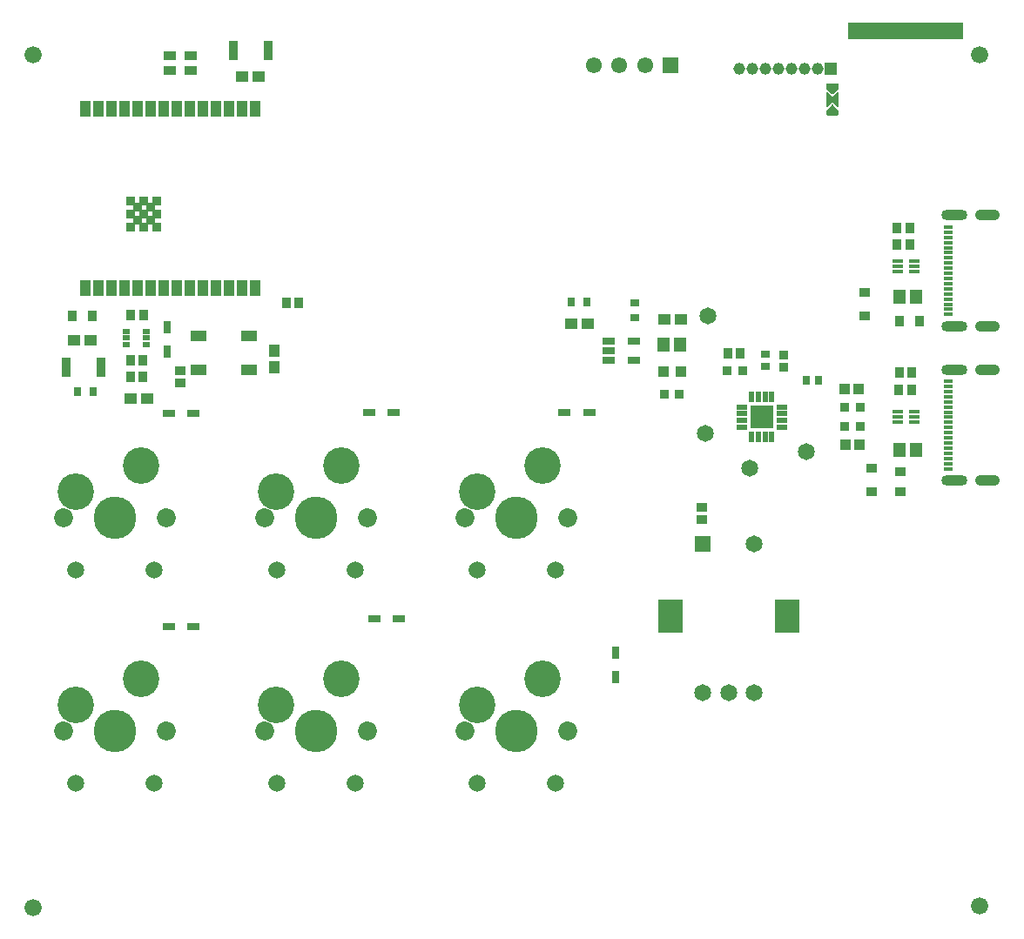
<source format=gts>
G04*
G04 #@! TF.GenerationSoftware,Altium Limited,Altium Designer,25.4.2 (15)*
G04*
G04 Layer_Color=8388736*
%FSLAX44Y44*%
%MOMM*%
G71*
G04*
G04 #@! TF.SameCoordinates,99B82A19-3900-4842-934D-00B4288F025C*
G04*
G04*
G04 #@! TF.FilePolarity,Negative*
G04*
G01*
G75*
%ADD16R,1.2084X1.0121*%
%ADD24R,1.2549X1.4562*%
%ADD25R,1.0121X0.8621*%
%ADD27R,0.8621X1.0121*%
%ADD28R,0.9000X0.3000*%
%ADD29R,0.8582X0.8563*%
%ADD30R,0.9000X0.7500*%
%ADD31R,0.9900X0.3000*%
%ADD32R,0.7500X0.9000*%
%ADD37R,0.9565X0.9621*%
%ADD41R,0.8000X0.9000*%
%ADD42R,1.0587X1.0121*%
%ADD43R,0.9000X0.8000*%
%ADD46R,1.0121X1.2084*%
%ADD48R,1.6500X1.0500*%
%ADD49R,1.1500X0.6500*%
%ADD50R,0.9500X0.9500*%
%ADD51R,1.0500X1.6500*%
%ADD52R,1.1500X0.9500*%
%ADD53R,0.6500X1.1500*%
%ADD54R,0.9500X1.1000*%
%ADD55R,1.0500X0.9500*%
%ADD56R,0.5000X1.0000*%
%ADD57R,1.0000X0.5000*%
%ADD58R,2.3000X2.3000*%
%ADD59C,1.6500*%
%ADD60R,1.0000X1.1000*%
%ADD61R,0.9500X0.9500*%
%ADD62R,1.3000X0.7500*%
%ADD63R,0.9500X1.8500*%
%ADD64R,1.1000X0.9500*%
%ADD65R,0.6500X0.5500*%
%ADD66C,3.5500*%
%ADD67C,1.8500*%
%ADD68C,4.1378*%
%ADD69C,1.6580*%
%ADD70C,1.5500*%
%ADD71R,1.5500X1.5500*%
%ADD72R,2.4500X3.2500*%
%ADD73R,1.6500X1.6500*%
%ADD74C,1.6740*%
G04:AMPARAMS|DCode=75|XSize=1mm|YSize=2.55mm|CornerRadius=0.5mm|HoleSize=0mm|Usage=FLASHONLY|Rotation=90.000|XOffset=0mm|YOffset=0mm|HoleType=Round|Shape=RoundedRectangle|*
%AMROUNDEDRECTD75*
21,1,1.0000,1.5500,0,0,90.0*
21,1,0.0000,2.5500,0,0,90.0*
1,1,1.0000,0.7750,0.0000*
1,1,1.0000,0.7750,0.0000*
1,1,1.0000,-0.7750,0.0000*
1,1,1.0000,-0.7750,0.0000*
%
%ADD75ROUNDEDRECTD75*%
G04:AMPARAMS|DCode=76|XSize=1.1mm|YSize=2.4mm|CornerRadius=0.55mm|HoleSize=0mm|Usage=FLASHONLY|Rotation=90.000|XOffset=0mm|YOffset=0mm|HoleType=Round|Shape=RoundedRectangle|*
%AMROUNDEDRECTD76*
21,1,1.1000,1.3000,0,0,90.0*
21,1,0.0000,2.4000,0,0,90.0*
1,1,1.1000,0.6500,0.0000*
1,1,1.1000,0.6500,0.0000*
1,1,1.1000,-0.6500,0.0000*
1,1,1.1000,-0.6500,0.0000*
%
%ADD76ROUNDEDRECTD76*%
%ADD77C,1.1500*%
%ADD78R,1.1500X1.1500*%
%ADD79C,0.9500*%
G36*
X904535Y844982D02*
X792217D01*
Y861492D01*
X904535D01*
Y844982D01*
D02*
G37*
G36*
X782513Y801931D02*
X782628Y801904D01*
X782737Y801858D01*
X782837Y801797D01*
X782927Y801720D01*
X783004Y801630D01*
X783065Y801530D01*
X783111Y801421D01*
X783138Y801306D01*
X783148Y801188D01*
Y797378D01*
X783138Y797260D01*
X783111Y797145D01*
X783079Y797068D01*
X783065Y797037D01*
X783004Y796936D01*
X782927Y796846D01*
X777847Y791766D01*
X777757Y791689D01*
X777657Y791628D01*
X777548Y791582D01*
X777433Y791555D01*
X777315Y791546D01*
X777197Y791555D01*
X777083Y791582D01*
X776974Y791628D01*
X776873Y791689D01*
X776783Y791766D01*
X771703Y796846D01*
X771627Y796936D01*
X771565Y797037D01*
X771552Y797068D01*
X771520Y797145D01*
X771492Y797260D01*
X771483Y797378D01*
Y801188D01*
X771492Y801306D01*
X771520Y801421D01*
X771565Y801530D01*
X771627Y801630D01*
X771703Y801720D01*
X771793Y801797D01*
X771894Y801858D01*
X772003Y801904D01*
X772117Y801931D01*
X772235Y801940D01*
X782395D01*
X782513Y801931D01*
D02*
G37*
G36*
Y793676D02*
X782628Y793649D01*
X782705Y793617D01*
X782737Y793603D01*
X782837Y793542D01*
X782927Y793465D01*
X783004Y793375D01*
X783065Y793275D01*
X783079Y793243D01*
X783111Y793166D01*
X783138Y793051D01*
X783148Y792933D01*
Y780233D01*
X783138Y780115D01*
X783111Y780001D01*
X783065Y779892D01*
X783004Y779791D01*
X782927Y779701D01*
X782837Y779624D01*
X782737Y779563D01*
X782628Y779518D01*
X782513Y779490D01*
X782395Y779481D01*
X782278Y779490D01*
X782163Y779518D01*
X782086Y779549D01*
X782054Y779563D01*
X781953Y779624D01*
X781863Y779701D01*
X777315Y784249D01*
X772767Y779701D01*
X772677Y779624D01*
X772577Y779563D01*
X772545Y779549D01*
X772468Y779518D01*
X772353Y779490D01*
X772235Y779481D01*
X772117Y779490D01*
X772003Y779518D01*
X771926Y779549D01*
X771894Y779563D01*
X771793Y779624D01*
X771703Y779701D01*
X771627Y779791D01*
X771565Y779892D01*
X771552Y779923D01*
X771520Y780001D01*
X771492Y780115D01*
X771483Y780233D01*
Y792933D01*
X771492Y793051D01*
X771520Y793166D01*
X771565Y793275D01*
X771627Y793375D01*
X771703Y793465D01*
X771793Y793542D01*
X771894Y793603D01*
X772003Y793649D01*
X772117Y793676D01*
X772235Y793685D01*
X772353Y793676D01*
X772468Y793649D01*
X772545Y793617D01*
X772577Y793603D01*
X772677Y793542D01*
X772767Y793465D01*
X777315Y788917D01*
X781863Y793465D01*
X781953Y793542D01*
X782054Y793603D01*
X782086Y793617D01*
X782163Y793649D01*
X782278Y793676D01*
X782395Y793685D01*
X782513Y793676D01*
D02*
G37*
G36*
X777433Y781611D02*
X777548Y781584D01*
X777657Y781538D01*
X777757Y781477D01*
X777847Y781400D01*
X782927Y776320D01*
X783004Y776230D01*
X783065Y776130D01*
X783079Y776098D01*
X783111Y776021D01*
X783138Y775906D01*
X783148Y775788D01*
Y771978D01*
X783138Y771860D01*
X783111Y771746D01*
X783065Y771637D01*
X783004Y771536D01*
X782927Y771446D01*
X782837Y771369D01*
X782737Y771308D01*
X782628Y771263D01*
X782513Y771235D01*
X782395Y771226D01*
X772235D01*
X772117Y771235D01*
X772003Y771263D01*
X771894Y771308D01*
X771793Y771369D01*
X771703Y771446D01*
X771627Y771536D01*
X771565Y771637D01*
X771520Y771746D01*
X771492Y771860D01*
X771483Y771978D01*
Y775788D01*
X771492Y775906D01*
X771520Y776021D01*
X771552Y776098D01*
X771565Y776130D01*
X771627Y776230D01*
X771703Y776320D01*
X776783Y781400D01*
X776873Y781477D01*
X776974Y781538D01*
X777083Y781584D01*
X777197Y781611D01*
X777315Y781620D01*
X777433Y781611D01*
D02*
G37*
D16*
X629608Y572498D02*
D03*
X613571D02*
D03*
X523236Y568155D02*
D03*
X539274D02*
D03*
X55844Y552654D02*
D03*
X39807D02*
D03*
X110900Y495841D02*
D03*
X94863D02*
D03*
X203116Y809174D02*
D03*
X219154D02*
D03*
D24*
X858938Y445549D02*
D03*
X842425D02*
D03*
X842425Y594953D02*
D03*
X858938D02*
D03*
X629213Y548368D02*
D03*
X612700D02*
D03*
D25*
X843498Y424260D02*
D03*
Y404760D02*
D03*
D27*
X862141Y571136D02*
D03*
X842641D02*
D03*
X57661Y576139D02*
D03*
X38161D02*
D03*
D28*
X889750Y577500D02*
D03*
Y662500D02*
D03*
Y582500D02*
D03*
Y592500D02*
D03*
Y602500D02*
D03*
Y612500D02*
D03*
Y622500D02*
D03*
Y632500D02*
D03*
Y642500D02*
D03*
Y652500D02*
D03*
Y657500D02*
D03*
Y647500D02*
D03*
Y637500D02*
D03*
Y627500D02*
D03*
Y617500D02*
D03*
Y607500D02*
D03*
Y597500D02*
D03*
Y587500D02*
D03*
Y427500D02*
D03*
Y512500D02*
D03*
Y432500D02*
D03*
Y442500D02*
D03*
Y452500D02*
D03*
Y462500D02*
D03*
Y472500D02*
D03*
Y482500D02*
D03*
Y492500D02*
D03*
Y502500D02*
D03*
Y507500D02*
D03*
Y497500D02*
D03*
Y487500D02*
D03*
Y477500D02*
D03*
Y467500D02*
D03*
Y457500D02*
D03*
Y447500D02*
D03*
Y437500D02*
D03*
D29*
X729979Y538181D02*
D03*
Y526161D02*
D03*
D30*
X712081Y538880D02*
D03*
Y526880D02*
D03*
D31*
X840575Y472560D02*
D03*
Y477560D02*
D03*
Y482560D02*
D03*
X856675D02*
D03*
Y477560D02*
D03*
Y472560D02*
D03*
X841060Y619510D02*
D03*
Y624510D02*
D03*
Y629510D02*
D03*
X857160D02*
D03*
Y624510D02*
D03*
Y619510D02*
D03*
D32*
X751951Y513174D02*
D03*
X763951D02*
D03*
D37*
X804483Y487467D02*
D03*
X789466D02*
D03*
X804307Y468171D02*
D03*
X789290D02*
D03*
D41*
X523163Y590013D02*
D03*
X538163D02*
D03*
X43274Y502521D02*
D03*
X58274D02*
D03*
D42*
X630357Y521698D02*
D03*
X612823D02*
D03*
D43*
X584750Y589184D02*
D03*
Y574184D02*
D03*
D46*
X234283Y542144D02*
D03*
X234283Y526106D02*
D03*
D48*
X160966Y523373D02*
D03*
X160966Y556373D02*
D03*
X209966Y556373D02*
D03*
X209966Y523373D02*
D03*
D49*
X540969Y481965D02*
D03*
X516969D02*
D03*
X332101Y281330D02*
D03*
X356101D02*
D03*
X326558Y481997D02*
D03*
X350558D02*
D03*
X132103Y481383D02*
D03*
X156103D02*
D03*
X131819Y273999D02*
D03*
X155819D02*
D03*
D50*
X120264Y687753D02*
D03*
Y675253D02*
D03*
Y662753D02*
D03*
X107764Y687753D02*
D03*
Y662753D02*
D03*
X95264Y687753D02*
D03*
Y675253D02*
D03*
Y662753D02*
D03*
X107764Y675253D02*
D03*
D51*
X50564Y777803D02*
D03*
X63264D02*
D03*
X75964D02*
D03*
X88664D02*
D03*
X101364D02*
D03*
X114064D02*
D03*
X126764D02*
D03*
X139464D02*
D03*
X152164D02*
D03*
X164864D02*
D03*
X177564D02*
D03*
X190264D02*
D03*
X202964D02*
D03*
X215664D02*
D03*
Y602803D02*
D03*
X202964D02*
D03*
X190264D02*
D03*
X177564D02*
D03*
X164864D02*
D03*
X152164D02*
D03*
X139464D02*
D03*
X126764D02*
D03*
X114064D02*
D03*
X101364D02*
D03*
X88664D02*
D03*
X75964D02*
D03*
X63264D02*
D03*
X50564D02*
D03*
D52*
X132829Y814598D02*
D03*
Y829598D02*
D03*
X152985Y814475D02*
D03*
Y829475D02*
D03*
D53*
X566121Y224503D02*
D03*
Y248503D02*
D03*
X130339Y565029D02*
D03*
Y541029D02*
D03*
D54*
X246046Y588790D02*
D03*
X258546D02*
D03*
X842221Y521365D02*
D03*
X854721D02*
D03*
X854572Y504222D02*
D03*
X842072D02*
D03*
X839855Y661719D02*
D03*
X852355D02*
D03*
X852286Y645639D02*
D03*
X839786D02*
D03*
X675323Y539640D02*
D03*
X687823D02*
D03*
X107064Y516554D02*
D03*
X94564D02*
D03*
X107018Y533130D02*
D03*
X94518D02*
D03*
X94850Y576821D02*
D03*
X107350D02*
D03*
D55*
X815400Y405303D02*
D03*
X815400Y428303D02*
D03*
X809030Y576210D02*
D03*
Y599210D02*
D03*
D56*
X698888Y458353D02*
D03*
X705388D02*
D03*
X711888D02*
D03*
X718388D02*
D03*
Y497353D02*
D03*
X711888D02*
D03*
X705388D02*
D03*
X698888D02*
D03*
D57*
X728138Y468103D02*
D03*
Y474603D02*
D03*
Y481103D02*
D03*
Y487603D02*
D03*
X689138D02*
D03*
Y481103D02*
D03*
Y474603D02*
D03*
Y468103D02*
D03*
D58*
X708638Y477853D02*
D03*
D59*
X653659Y461415D02*
D03*
X751958Y443683D02*
D03*
X697011Y427953D02*
D03*
X655966Y576266D02*
D03*
X701501Y209389D02*
D03*
X676501D02*
D03*
X651501D02*
D03*
X701501Y354389D02*
D03*
D60*
X789781Y451132D02*
D03*
X803281D02*
D03*
X789007Y504885D02*
D03*
X802507D02*
D03*
D61*
X675032Y522835D02*
D03*
X690032D02*
D03*
X613608Y499579D02*
D03*
X628608D02*
D03*
D62*
X559560Y551518D02*
D03*
Y542018D02*
D03*
Y532518D02*
D03*
X584560D02*
D03*
Y551518D02*
D03*
D63*
X31902Y526123D02*
D03*
X65902D02*
D03*
X194890Y834369D02*
D03*
X228890D02*
D03*
D64*
X143445Y510492D02*
D03*
Y522992D02*
D03*
X650176Y390051D02*
D03*
Y377551D02*
D03*
D65*
X91072Y561111D02*
D03*
Y554611D02*
D03*
Y548111D02*
D03*
X110072D02*
D03*
Y554611D02*
D03*
Y561111D02*
D03*
D66*
X431600Y405400D02*
D03*
X495100Y430800D02*
D03*
X236600Y405400D02*
D03*
X300100Y430800D02*
D03*
X41600Y405400D02*
D03*
X105100Y430800D02*
D03*
X431600Y197800D02*
D03*
X495100Y223200D02*
D03*
X236600Y197800D02*
D03*
X300100Y223200D02*
D03*
X41600Y197796D02*
D03*
X105100Y223197D02*
D03*
D67*
X420000Y380000D02*
D03*
X520000D02*
D03*
X225000D02*
D03*
X325000D02*
D03*
X30000D02*
D03*
X130000D02*
D03*
X420000Y172400D02*
D03*
X520000D02*
D03*
X225000Y172400D02*
D03*
X325000D02*
D03*
X30000Y172397D02*
D03*
X130000D02*
D03*
D68*
X470000Y380000D02*
D03*
X275000D02*
D03*
X80000D02*
D03*
X470000Y172400D02*
D03*
X275000Y172400D02*
D03*
X80000Y172397D02*
D03*
D69*
X508100Y329200D02*
D03*
X431900Y329200D02*
D03*
X313100Y329200D02*
D03*
X236900Y329200D02*
D03*
X118100Y329200D02*
D03*
X41900Y329200D02*
D03*
X508100Y121600D02*
D03*
X431900Y121600D02*
D03*
X313100Y121600D02*
D03*
X236900Y121601D02*
D03*
X118100Y121596D02*
D03*
X41900Y121596D02*
D03*
D70*
X545000Y820000D02*
D03*
X570000D02*
D03*
X595000D02*
D03*
D71*
X620000D02*
D03*
D72*
X733501Y284389D02*
D03*
X619501D02*
D03*
D73*
X651501Y354389D02*
D03*
D74*
X920000Y1692D02*
D03*
X0Y0D02*
D03*
X920000Y830000D02*
D03*
X0D02*
D03*
D75*
X895950Y566000D02*
D03*
Y674000D02*
D03*
Y416000D02*
D03*
Y524000D02*
D03*
D76*
X928250Y566000D02*
D03*
Y674000D02*
D03*
Y416000D02*
D03*
Y524000D02*
D03*
D77*
X686980Y816280D02*
D03*
X699680D02*
D03*
X712380D02*
D03*
X725080D02*
D03*
X737780D02*
D03*
X750480D02*
D03*
X763180D02*
D03*
D78*
X775880D02*
D03*
D79*
X101518Y668962D02*
D03*
Y681530D02*
D03*
X114128D02*
D03*
Y668962D02*
D03*
M02*

</source>
